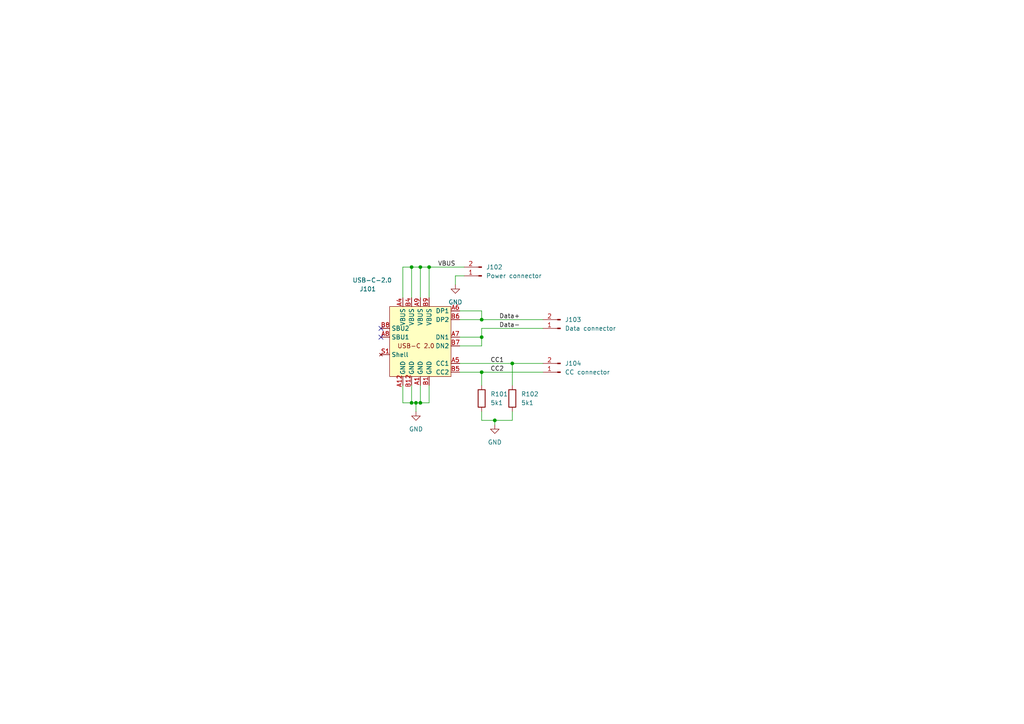
<source format=kicad_sch>
(kicad_sch (version 20211123) (generator eeschema)
  (paper "A4")
  (lib_symbols
    (symbol "Connector:Conn_01x02_Male" (pin_names (offset 1.016) hide)
      (property "Reference" "J" (at 0 2.54 0))
      (property "Value" "Conn_01x02_Male" (at 0 -5.08 0))
      (symbol "Conn_01x02_Male_1_1"
        (polyline (pts (xy 1.27 -2.54) (xy 0.8636 -2.54)) (stroke (width 0.1524)))
        (polyline (pts (xy 1.27 0) (xy 0.8636 0)) (stroke (width 0.1524)))
        (rectangle (start 0.8636 -2.413) (end 0 -2.667) (stroke (width 0.1524)) (fill (type outline)))
        (rectangle (start 0.8636 0.127) (end 0 -0.127) (stroke (width 0.1524)) (fill (type outline)))
        (pin passive line (at 5.08 0 180) (length 3.81) (name "Pin_1") (number "1"))
        (pin passive line (at 5.08 -2.54 180) (length 3.81) (name "Pin_2") (number "2"))
      )
    )
    (symbol "Device:R" (pin_numbers hide) (pin_names (offset 0))
      (property "Reference" "R" (at 2.032 0 90))
      (property "Value" "R" (at 0 0 90))
      (symbol "R_0_1"
        (rectangle (start -1.016 -2.54) (end 1.016 2.54) (stroke (width 0.254)))
      )
      (symbol "R_1_1"
        (pin passive line (at 0 3.81 270) (length 1.27) (name "~") (number "1"))
        (pin passive line (at 0 -3.81 90) (length 1.27) (name "~") (number "2"))
      )
    )
    (symbol "Eldalote_symbols:USB-C-2.0"
      (property "Reference" "J" (at 8.89 12.7 0))
      (property "Value" "USB-C-2.0" (at 15.24 16.51 0))
      (symbol "USB-C-2.0_0_0"
        (text "USB-C 2.0" (at 2.54 0 0) (effects (font (size 1.27 1.27))))
      )
      (symbol "USB-C-2.0_0_1"
        (rectangle (start -5.08 11.43) (end 12.7 -8.89) (fill (type background)))
      )
      (symbol "USB-C-2.0_1_1"
        (pin power_out line (at 3.81 -11.43 90) (length 2.54) (name "GND") (number "A1"))
        (pin power_out line (at -1.27 -11.43 90) (length 2.54) (name "GND") (number "A12"))
        (pin power_out line (at -1.27 13.97 270) (length 2.54) (name "VBUS") (number "A4"))
        (pin passive line (at 15.24 -5.08 180) (length 2.54) (name "CC1") (number "A5"))
        (pin passive line (at 15.24 10.16 180) (length 2.54) (name "DP1") (number "A6"))
        (pin passive line (at 15.24 2.54 180) (length 2.54) (name "DN1") (number "A7"))
        (pin passive line (at -7.62 2.54 0) (length 2.54) (name "SBU1") (number "A8"))
        (pin power_out line (at 3.81 13.97 270) (length 2.54) (name "VBUS") (number "A9"))
        (pin power_out line (at 6.35 -11.43 90) (length 2.54) (name "GND") (number "B1"))
        (pin power_out line (at 1.27 -11.43 90) (length 2.54) (name "GND") (number "B12"))
        (pin power_out line (at 1.27 13.97 270) (length 2.54) (name "VBUS") (number "B4"))
        (pin passive line (at 15.24 -7.62 180) (length 2.54) (name "CC2") (number "B5"))
        (pin passive line (at 15.24 7.62 180) (length 2.54) (name "DP2") (number "B6"))
        (pin passive line (at 15.24 0 180) (length 2.54) (name "DN2") (number "B7"))
        (pin passive line (at -7.62 5.08 0) (length 2.54) (name "SBU2") (number "B8"))
        (pin power_out line (at 6.35 13.97 270) (length 2.54) (name "VBUS") (number "B9"))
        (pin no_connect line (at -7.62 -2.54 0) (length 2.54) (name "Shell") (number "S1"))
        (pin no_connect line (at -7.62 -3.81 0) (length 2.54) hide (name "Shell") (number "S2"))
        (pin no_connect line (at -7.62 -5.08 0) (length 2.54) hide (name "Shell") (number "S3"))
        (pin no_connect line (at -7.62 -6.35 0) (length 2.54) hide (name "Shell") (number "S4"))
      )
    )
    (symbol "power:GND" (power) (pin_names (offset 0))
      (property "Value" "GND" (at 0 -3.81 0))
      (symbol "GND_0_1"
        (polyline (pts (xy 0 0) (xy 0 -1.27) (xy 1.27 -1.27) (xy 0 -2.54) (xy -1.27 -1.27) (xy 0 -1.27)))
      )
      (symbol "GND_1_1"
        (pin power_in line (at 0 0 270) (length 0) hide (name "GND") (number "1"))
      )
    )
  )
  (junction (at 139.7 107.95))
  (junction (at 121.92 77.47))
  (junction (at 148.59 105.41))
  (junction (at 120.65 116.84))
  (junction (at 121.92 116.84))
  (junction (at 119.38 116.84))
  (junction (at 139.7 97.79))
  (junction (at 124.46 77.47))
  (junction (at 119.38 77.47))
  (junction (at 143.51 121.92))
  (junction (at 139.7 92.71))
  (no_connect (at 110.49 97.79))
  (no_connect (at 110.49 95.25))
  (wire (pts (xy 119.38 111.76) (xy 119.38 116.84)))
  (wire (pts (xy 116.84 86.36) (xy 116.84 77.47)))
  (wire (pts (xy 148.59 121.92) (xy 148.59 119.38)))
  (wire (pts (xy 119.38 116.84) (xy 120.65 116.84)))
  (wire (pts (xy 119.38 77.47) (xy 119.38 86.36)))
  (wire (pts (xy 124.46 77.47) (xy 124.46 86.36)))
  (wire (pts (xy 157.48 95.25) (xy 139.7 95.25)))
  (wire (pts (xy 143.51 121.92) (xy 143.51 123.19)))
  (wire (pts (xy 121.92 111.76) (xy 121.92 116.84)))
  (wire (pts (xy 116.84 116.84) (xy 119.38 116.84)))
  (wire (pts (xy 134.62 80.01) (xy 132.08 80.01)))
  (wire (pts (xy 121.92 77.47) (xy 121.92 86.36)))
  (wire (pts (xy 139.7 100.33) (xy 139.7 97.79)))
  (wire (pts (xy 148.59 105.41) (xy 148.59 111.76)))
  (wire (pts (xy 121.92 116.84) (xy 120.65 116.84)))
  (wire (pts (xy 116.84 77.47) (xy 119.38 77.47)))
  (wire (pts (xy 139.7 107.95) (xy 157.48 107.95)))
  (wire (pts (xy 124.46 116.84) (xy 121.92 116.84)))
  (wire (pts (xy 143.51 121.92) (xy 148.59 121.92)))
  (wire (pts (xy 139.7 95.25) (xy 139.7 97.79)))
  (wire (pts (xy 119.38 77.47) (xy 121.92 77.47)))
  (wire (pts (xy 139.7 119.38) (xy 139.7 121.92)))
  (wire (pts (xy 139.7 90.17) (xy 139.7 92.71)))
  (wire (pts (xy 133.35 105.41) (xy 148.59 105.41)))
  (wire (pts (xy 124.46 77.47) (xy 134.62 77.47)))
  (wire (pts (xy 120.65 116.84) (xy 120.65 119.38)))
  (wire (pts (xy 139.7 121.92) (xy 143.51 121.92)))
  (wire (pts (xy 139.7 97.79) (xy 133.35 97.79)))
  (wire (pts (xy 139.7 107.95) (xy 139.7 111.76)))
  (wire (pts (xy 132.08 80.01) (xy 132.08 82.55)))
  (wire (pts (xy 133.35 107.95) (xy 139.7 107.95)))
  (wire (pts (xy 133.35 100.33) (xy 139.7 100.33)))
  (wire (pts (xy 124.46 111.76) (xy 124.46 116.84)))
  (wire (pts (xy 116.84 111.76) (xy 116.84 116.84)))
  (wire (pts (xy 148.59 105.41) (xy 157.48 105.41)))
  (wire (pts (xy 139.7 92.71) (xy 157.48 92.71)))
  (wire (pts (xy 133.35 90.17) (xy 139.7 90.17)))
  (wire (pts (xy 133.35 92.71) (xy 139.7 92.71)))
  (wire (pts (xy 121.92 77.47) (xy 124.46 77.47)))
  (label "CC2" (at 142.24 107.95 0))
  (label "Data+" (at 144.78 92.71 0))
  (label "Data-" (at 144.78 95.25 0))
  (label "VBUS" (at 127 77.47 0))
  (label "CC1" (at 142.24 105.41 0))
  (symbol (lib_id "Connector:Conn_01x02_Male") (at 162.56 95.25 180) (unit 1)
    (property "Reference" "J103" (at 163.83 92.7099 0) (effects (justify right)))
    (property "Value" "Data connector" (at 163.83 95.2499 0) (effects (justify right)))
    (property "Footprint" "Connector_PinHeader_1.27mm:PinHeader_1x02_P1.27mm_Vertical" (effects hide))
  )
  (symbol (lib_id "Eldalote_symbols:USB-C-2.0") (at 118.11 100.33 0) (unit 1)
    (property "Reference" "J101" (at 106.68 83.82 0))
    (property "Value" "USB-C-2.0" (at 107.95 81.28 0))
    (property "Footprint" "Imported:MOLEX_2130830005" (effects hide))
  )
  (symbol (lib_id "Connector:Conn_01x02_Male") (at 162.56 107.95 180) (unit 1)
    (property "Reference" "J104" (at 163.83 105.4099 0) (effects (justify right)))
    (property "Value" "CC connector" (at 163.83 107.9499 0) (effects (justify right)))
    (property "Footprint" "Connector_PinHeader_1.27mm:PinHeader_1x02_P1.27mm_Vertical" (effects hide))
  )
  (symbol (lib_id "Device:R") (at 148.59 115.57 0) (unit 1)
    (property "Reference" "R102" (at 151.13 114.2999 0) (effects (justify left)))
    (property "Value" "5k1" (at 151.13 116.8399 0) (effects (justify left)))
    (property "Footprint" "Resistor_SMD:R_0402_1005Metric" (effects hide))
  )
  (symbol (lib_id "Device:R") (at 139.7 115.57 0) (unit 1)
    (property "Reference" "R101" (at 142.24 114.2999 0) (effects (justify left)))
    (property "Value" "5k1" (at 142.24 116.8399 0) (effects (justify left)))
    (property "Footprint" "Resistor_SMD:R_0402_1005Metric" (effects hide))
  )
  (symbol (lib_id "power:GND") (at 143.51 123.19 0) (unit 1)
    (property "Reference" "#PWR0103" (effects hide))
    (property "Value" "GND" (at 143.51 128.27 0))
  )
  (symbol (lib_id "power:GND") (at 120.65 119.38 0) (unit 1)
    (property "Reference" "#PWR0101" (effects hide))
    (property "Value" "GND" (at 120.65 124.46 0))
  )
  (symbol (lib_id "Connector:Conn_01x02_Male") (at 139.7 80.01 180) (unit 1)
    (property "Reference" "J102" (at 140.97 77.4699 0) (effects (justify right)))
    (property "Value" "Power connector" (at 140.97 80.0099 0) (effects (justify right)))
    (property "Footprint" "Connector_PinHeader_2.54mm:PinHeader_1x02_P2.54mm_Vertical" (effects hide))
  )
  (symbol (lib_id "power:GND") (at 132.08 82.55 0) (unit 1)
    (property "Reference" "#PWR0102" (effects hide))
    (property "Value" "GND" (at 132.08 87.63 0))
  )
)
</source>
